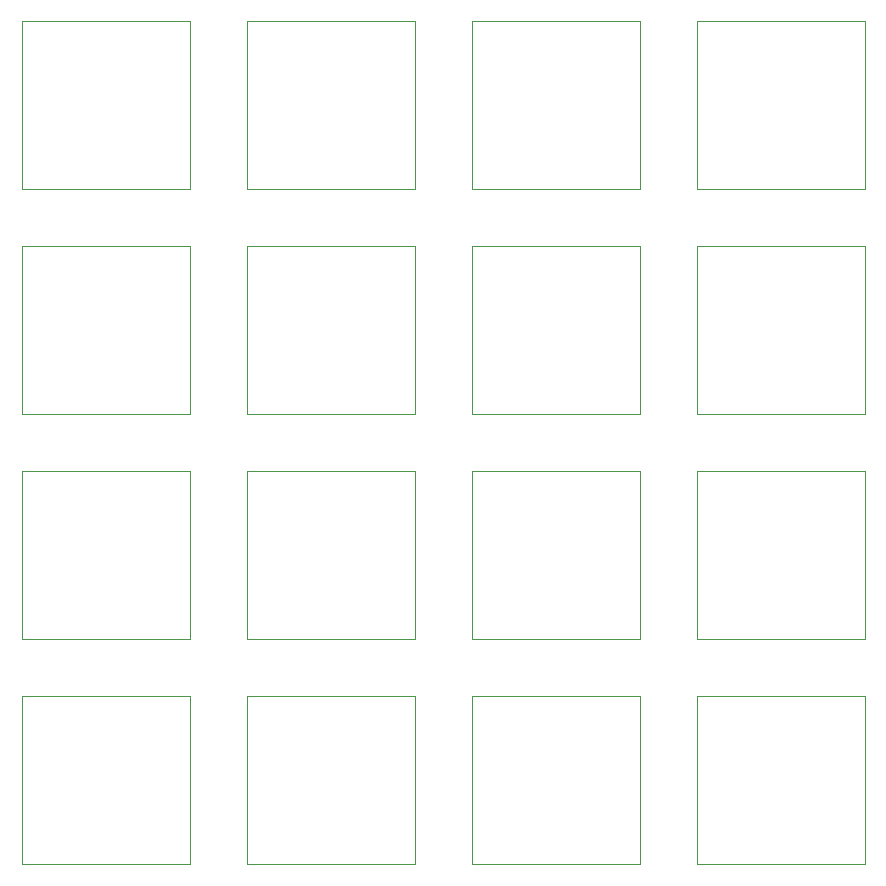
<source format=gbr>
%TF.GenerationSoftware,KiCad,Pcbnew,6.0.7+dfsg-1~bpo11+1*%
%TF.CreationDate,2022-11-02T04:35:50+00:00*%
%TF.ProjectId,MK74HC-16,4d4b3734-4843-42d3-9136-2e6b69636164,rev?*%
%TF.SameCoordinates,Original*%
%TF.FileFunction,Legend,Bot*%
%TF.FilePolarity,Positive*%
%FSLAX46Y46*%
G04 Gerber Fmt 4.6, Leading zero omitted, Abs format (unit mm)*
G04 Created by KiCad (PCBNEW 6.0.7+dfsg-1~bpo11+1) date 2022-11-02 04:35:50*
%MOMM*%
%LPD*%
G01*
G04 APERTURE LIST*
%ADD10C,0.120000*%
G04 APERTURE END LIST*
D10*
%TO.C,SW7*%
X59852000Y44198000D02*
X45652000Y44198000D01*
X45652000Y44198000D02*
X45652000Y58398000D01*
X59852000Y58398000D02*
X59852000Y44198000D01*
X45652000Y58398000D02*
X59852000Y58398000D01*
%TO.C,SW11*%
X45652000Y39348000D02*
X59852000Y39348000D01*
X59852000Y25148000D02*
X45652000Y25148000D01*
X45652000Y25148000D02*
X45652000Y39348000D01*
X59852000Y39348000D02*
X59852000Y25148000D01*
%TO.C,SW2*%
X26602000Y77448000D02*
X40802000Y77448000D01*
X40802000Y77448000D02*
X40802000Y63248000D01*
X26602000Y63248000D02*
X26602000Y77448000D01*
X40802000Y63248000D02*
X26602000Y63248000D01*
%TO.C,SW14*%
X40802000Y6098000D02*
X26602000Y6098000D01*
X40802000Y20298000D02*
X40802000Y6098000D01*
X26602000Y6098000D02*
X26602000Y20298000D01*
X26602000Y20298000D02*
X40802000Y20298000D01*
%TO.C,SW9*%
X7552000Y25148000D02*
X7552000Y39348000D01*
X7552000Y39348000D02*
X21752000Y39348000D01*
X21752000Y25148000D02*
X7552000Y25148000D01*
X21752000Y39348000D02*
X21752000Y25148000D01*
%TO.C,SW1*%
X7552000Y77448000D02*
X21752000Y77448000D01*
X21752000Y63248000D02*
X7552000Y63248000D01*
X21752000Y77448000D02*
X21752000Y63248000D01*
X7552000Y63248000D02*
X7552000Y77448000D01*
%TO.C,SW8*%
X64702000Y44198000D02*
X64702000Y58398000D01*
X78902000Y44198000D02*
X64702000Y44198000D01*
X78902000Y58398000D02*
X78902000Y44198000D01*
X64702000Y58398000D02*
X78902000Y58398000D01*
%TO.C,SW13*%
X7552000Y20298000D02*
X21752000Y20298000D01*
X21752000Y6098000D02*
X7552000Y6098000D01*
X7552000Y6098000D02*
X7552000Y20298000D01*
X21752000Y20298000D02*
X21752000Y6098000D01*
%TO.C,SW15*%
X59852000Y6098000D02*
X45652000Y6098000D01*
X45652000Y20298000D02*
X59852000Y20298000D01*
X45652000Y6098000D02*
X45652000Y20298000D01*
X59852000Y20298000D02*
X59852000Y6098000D01*
%TO.C,SW6*%
X40802000Y58398000D02*
X40802000Y44198000D01*
X26602000Y58398000D02*
X40802000Y58398000D01*
X40802000Y44198000D02*
X26602000Y44198000D01*
X26602000Y44198000D02*
X26602000Y58398000D01*
%TO.C,SW4*%
X64702000Y63248000D02*
X64702000Y77448000D01*
X78902000Y77448000D02*
X78902000Y63248000D01*
X78902000Y63248000D02*
X64702000Y63248000D01*
X64702000Y77448000D02*
X78902000Y77448000D01*
%TO.C,SW16*%
X64702000Y6098000D02*
X64702000Y20298000D01*
X78902000Y20298000D02*
X78902000Y6098000D01*
X78902000Y6098000D02*
X64702000Y6098000D01*
X64702000Y20298000D02*
X78902000Y20298000D01*
%TO.C,SW10*%
X40802000Y39348000D02*
X40802000Y25148000D01*
X26602000Y25148000D02*
X26602000Y39348000D01*
X26602000Y39348000D02*
X40802000Y39348000D01*
X40802000Y25148000D02*
X26602000Y25148000D01*
%TO.C,SW5*%
X7552000Y58398000D02*
X21752000Y58398000D01*
X21752000Y58398000D02*
X21752000Y44198000D01*
X21752000Y44198000D02*
X7552000Y44198000D01*
X7552000Y44198000D02*
X7552000Y58398000D01*
%TO.C,SW3*%
X59852000Y77448000D02*
X59852000Y63248000D01*
X45652000Y77448000D02*
X59852000Y77448000D01*
X45652000Y63248000D02*
X45652000Y77448000D01*
X59852000Y63248000D02*
X45652000Y63248000D01*
%TO.C,SW12*%
X78902000Y25148000D02*
X64702000Y25148000D01*
X64702000Y25148000D02*
X64702000Y39348000D01*
X78902000Y39348000D02*
X78902000Y25148000D01*
X64702000Y39348000D02*
X78902000Y39348000D01*
%TD*%
M02*

</source>
